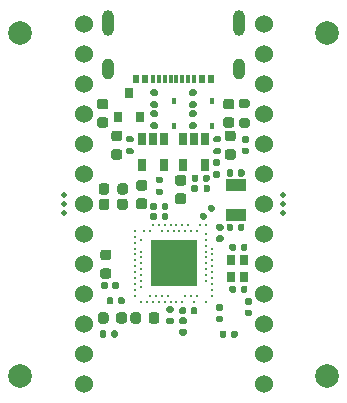
<source format=gbr>
%TF.GenerationSoftware,KiCad,Pcbnew,(5.1.9)-1*%
%TF.CreationDate,2021-01-08T11:53:25+08:00*%
%TF.ProjectId,akami,616b616d-692e-46b6-9963-61645f706362,rev?*%
%TF.SameCoordinates,Original*%
%TF.FileFunction,Soldermask,Top*%
%TF.FilePolarity,Negative*%
%FSLAX46Y46*%
G04 Gerber Fmt 4.6, Leading zero omitted, Abs format (unit mm)*
G04 Created by KiCad (PCBNEW (5.1.9)-1) date 2021-01-08 11:53:25*
%MOMM*%
%LPD*%
G01*
G04 APERTURE LIST*
%ADD10C,2.000000*%
%ADD11C,0.500000*%
%ADD12R,0.450000X0.600000*%
%ADD13C,1.524000*%
%ADD14R,0.650000X1.060000*%
%ADD15R,0.800000X0.900000*%
%ADD16R,1.800000X1.000000*%
%ADD17R,0.300000X0.800000*%
%ADD18R,0.540000X0.800000*%
%ADD19O,1.000000X1.800000*%
%ADD20O,1.000000X2.200000*%
%ADD21R,4.000000X4.000000*%
%ADD22C,0.250000*%
G04 APERTURE END LIST*
D10*
%TO.C,DUMMY8*%
X12990000Y-14500000D03*
%TD*%
%TO.C,DUMMY7*%
X12990000Y14500000D03*
%TD*%
%TO.C,DUMMY6*%
X-12990000Y-14500000D03*
%TD*%
%TO.C,DUMMY5*%
X-12990000Y14500000D03*
%TD*%
D11*
%TO.C,DUMMY3*%
X-9250000Y0D03*
X-9250000Y-750000D03*
X-9250000Y750000D03*
%TD*%
%TO.C,DUMMY4*%
X9250000Y0D03*
X9250000Y750000D03*
X9250000Y-750000D03*
%TD*%
%TO.C,R1*%
G36*
G01*
X-1015000Y1805000D02*
X-1385000Y1805000D01*
G75*
G02*
X-1520000Y1940000I0J135000D01*
G01*
X-1520000Y2210000D01*
G75*
G02*
X-1385000Y2345000I135000J0D01*
G01*
X-1015000Y2345000D01*
G75*
G02*
X-880000Y2210000I0J-135000D01*
G01*
X-880000Y1940000D01*
G75*
G02*
X-1015000Y1805000I-135000J0D01*
G01*
G37*
G36*
G01*
X-1015000Y785000D02*
X-1385000Y785000D01*
G75*
G02*
X-1520000Y920000I0J135000D01*
G01*
X-1520000Y1190000D01*
G75*
G02*
X-1385000Y1325000I135000J0D01*
G01*
X-1015000Y1325000D01*
G75*
G02*
X-880000Y1190000I0J-135000D01*
G01*
X-880000Y920000D01*
G75*
G02*
X-1015000Y785000I-135000J0D01*
G01*
G37*
%TD*%
%TO.C,L4*%
G36*
G01*
X-5450000Y1556250D02*
X-5450000Y1043750D01*
G75*
G02*
X-5668750Y825000I-218750J0D01*
G01*
X-6106250Y825000D01*
G75*
G02*
X-6325000Y1043750I0J218750D01*
G01*
X-6325000Y1556250D01*
G75*
G02*
X-6106250Y1775000I218750J0D01*
G01*
X-5668750Y1775000D01*
G75*
G02*
X-5450000Y1556250I0J-218750D01*
G01*
G37*
G36*
G01*
X-3875000Y1556250D02*
X-3875000Y1043750D01*
G75*
G02*
X-4093750Y825000I-218750J0D01*
G01*
X-4531250Y825000D01*
G75*
G02*
X-4750000Y1043750I0J218750D01*
G01*
X-4750000Y1556250D01*
G75*
G02*
X-4531250Y1775000I218750J0D01*
G01*
X-4093750Y1775000D01*
G75*
G02*
X-3875000Y1556250I0J-218750D01*
G01*
G37*
%TD*%
D12*
%TO.C,D4*%
X3300000Y8750000D03*
X3300000Y6650000D03*
%TD*%
%TO.C,C24*%
G36*
G01*
X6245000Y4240000D02*
X5905000Y4240000D01*
G75*
G02*
X5765000Y4380000I0J140000D01*
G01*
X5765000Y4660000D01*
G75*
G02*
X5905000Y4800000I140000J0D01*
G01*
X6245000Y4800000D01*
G75*
G02*
X6385000Y4660000I0J-140000D01*
G01*
X6385000Y4380000D01*
G75*
G02*
X6245000Y4240000I-140000J0D01*
G01*
G37*
G36*
G01*
X6245000Y5200000D02*
X5905000Y5200000D01*
G75*
G02*
X5765000Y5340000I0J140000D01*
G01*
X5765000Y5620000D01*
G75*
G02*
X5905000Y5760000I140000J0D01*
G01*
X6245000Y5760000D01*
G75*
G02*
X6385000Y5620000I0J-140000D01*
G01*
X6385000Y5340000D01*
G75*
G02*
X6245000Y5200000I-140000J0D01*
G01*
G37*
%TD*%
%TO.C,C23*%
G36*
G01*
X-6325000Y-250000D02*
X-6325000Y250000D01*
G75*
G02*
X-6100000Y475000I225000J0D01*
G01*
X-5650000Y475000D01*
G75*
G02*
X-5425000Y250000I0J-225000D01*
G01*
X-5425000Y-250000D01*
G75*
G02*
X-5650000Y-475000I-225000J0D01*
G01*
X-6100000Y-475000D01*
G75*
G02*
X-6325000Y-250000I0J225000D01*
G01*
G37*
G36*
G01*
X-4775000Y-250000D02*
X-4775000Y250000D01*
G75*
G02*
X-4550000Y475000I225000J0D01*
G01*
X-4100000Y475000D01*
G75*
G02*
X-3875000Y250000I0J-225000D01*
G01*
X-3875000Y-250000D01*
G75*
G02*
X-4100000Y-475000I-225000J0D01*
G01*
X-4550000Y-475000D01*
G75*
G02*
X-4775000Y-250000I0J225000D01*
G01*
G37*
%TD*%
D13*
%TO.C,U4*%
X7620000Y12690000D03*
X7620000Y10150000D03*
X7620000Y7610000D03*
X7620000Y5070000D03*
X7620000Y2530000D03*
X7620000Y-10000D03*
X7620000Y-2550000D03*
X7620000Y-5090000D03*
X7620000Y-7630000D03*
X7620000Y-10170000D03*
X7620000Y-12710000D03*
X7620000Y-15250000D03*
X-7620000Y-15250000D03*
X-7620000Y-12710000D03*
X-7620000Y-10170000D03*
X-7620000Y-7630000D03*
X-7620000Y-5090000D03*
X-7620000Y-2550000D03*
X-7620000Y-10000D03*
X-7620000Y2530000D03*
X-7620000Y5070000D03*
X-7620000Y7610000D03*
X-7620000Y10150000D03*
X-7620000Y12690000D03*
%TD*%
D12*
%TO.C,D2*%
X0Y8750000D03*
X0Y6650000D03*
%TD*%
D14*
%TO.C,U2*%
X2700000Y3300000D03*
X800000Y3300000D03*
X800000Y5500000D03*
X1750000Y5500000D03*
X2700000Y5500000D03*
%TD*%
%TO.C,U3*%
X-800000Y5500000D03*
X-1750000Y5500000D03*
X-2700000Y5500000D03*
X-2700000Y3300000D03*
X-800000Y3300000D03*
%TD*%
D15*
%TO.C,Q2*%
X-4700000Y7400000D03*
X-2800000Y7400000D03*
X-3750000Y9400000D03*
%TD*%
D16*
%TO.C,Y2*%
X5250000Y-900000D03*
X5250000Y1600000D03*
%TD*%
D13*
%TO.C,J2*%
X7620000Y15230000D03*
%TD*%
%TO.C,J3*%
X-7620000Y15230000D03*
%TD*%
%TO.C,R11*%
G36*
G01*
X6275000Y8125000D02*
X5725000Y8125000D01*
G75*
G02*
X5525000Y8325000I0J200000D01*
G01*
X5525000Y8725000D01*
G75*
G02*
X5725000Y8925000I200000J0D01*
G01*
X6275000Y8925000D01*
G75*
G02*
X6475000Y8725000I0J-200000D01*
G01*
X6475000Y8325000D01*
G75*
G02*
X6275000Y8125000I-200000J0D01*
G01*
G37*
G36*
G01*
X6275000Y6475000D02*
X5725000Y6475000D01*
G75*
G02*
X5525000Y6675000I0J200000D01*
G01*
X5525000Y7075000D01*
G75*
G02*
X5725000Y7275000I200000J0D01*
G01*
X6275000Y7275000D01*
G75*
G02*
X6475000Y7075000I0J-200000D01*
G01*
X6475000Y6675000D01*
G75*
G02*
X6275000Y6475000I-200000J0D01*
G01*
G37*
%TD*%
%TO.C,C16*%
G36*
G01*
X-5500000Y-9375000D02*
X-5500000Y-9875000D01*
G75*
G02*
X-5725000Y-10100000I-225000J0D01*
G01*
X-6175000Y-10100000D01*
G75*
G02*
X-6400000Y-9875000I0J225000D01*
G01*
X-6400000Y-9375000D01*
G75*
G02*
X-6175000Y-9150000I225000J0D01*
G01*
X-5725000Y-9150000D01*
G75*
G02*
X-5500000Y-9375000I0J-225000D01*
G01*
G37*
G36*
G01*
X-3950000Y-9375000D02*
X-3950000Y-9875000D01*
G75*
G02*
X-4175000Y-10100000I-225000J0D01*
G01*
X-4625000Y-10100000D01*
G75*
G02*
X-4850000Y-9875000I0J225000D01*
G01*
X-4850000Y-9375000D01*
G75*
G02*
X-4625000Y-9150000I225000J0D01*
G01*
X-4175000Y-9150000D01*
G75*
G02*
X-3950000Y-9375000I0J-225000D01*
G01*
G37*
%TD*%
%TO.C,C22*%
G36*
G01*
X3730000Y-9425000D02*
X4070000Y-9425000D01*
G75*
G02*
X4210000Y-9565000I0J-140000D01*
G01*
X4210000Y-9845000D01*
G75*
G02*
X4070000Y-9985000I-140000J0D01*
G01*
X3730000Y-9985000D01*
G75*
G02*
X3590000Y-9845000I0J140000D01*
G01*
X3590000Y-9565000D01*
G75*
G02*
X3730000Y-9425000I140000J0D01*
G01*
G37*
G36*
G01*
X3730000Y-8465000D02*
X4070000Y-8465000D01*
G75*
G02*
X4210000Y-8605000I0J-140000D01*
G01*
X4210000Y-8885000D01*
G75*
G02*
X4070000Y-9025000I-140000J0D01*
G01*
X3730000Y-9025000D01*
G75*
G02*
X3590000Y-8885000I0J140000D01*
G01*
X3590000Y-8605000D01*
G75*
G02*
X3730000Y-8465000I140000J0D01*
G01*
G37*
%TD*%
%TO.C,R4*%
G36*
G01*
X3080000Y1510000D02*
X3080000Y1140000D01*
G75*
G02*
X2945000Y1005000I-135000J0D01*
G01*
X2675000Y1005000D01*
G75*
G02*
X2540000Y1140000I0J135000D01*
G01*
X2540000Y1510000D01*
G75*
G02*
X2675000Y1645000I135000J0D01*
G01*
X2945000Y1645000D01*
G75*
G02*
X3080000Y1510000I0J-135000D01*
G01*
G37*
G36*
G01*
X2060000Y1510000D02*
X2060000Y1140000D01*
G75*
G02*
X1925000Y1005000I-135000J0D01*
G01*
X1655000Y1005000D01*
G75*
G02*
X1520000Y1140000I0J135000D01*
G01*
X1520000Y1510000D01*
G75*
G02*
X1655000Y1645000I135000J0D01*
G01*
X1925000Y1645000D01*
G75*
G02*
X2060000Y1510000I0J-135000D01*
G01*
G37*
%TD*%
%TO.C,R3*%
G36*
G01*
X1455000Y6930000D02*
X1825000Y6930000D01*
G75*
G02*
X1960000Y6795000I0J-135000D01*
G01*
X1960000Y6525000D01*
G75*
G02*
X1825000Y6390000I-135000J0D01*
G01*
X1455000Y6390000D01*
G75*
G02*
X1320000Y6525000I0J135000D01*
G01*
X1320000Y6795000D01*
G75*
G02*
X1455000Y6930000I135000J0D01*
G01*
G37*
G36*
G01*
X1455000Y7950000D02*
X1825000Y7950000D01*
G75*
G02*
X1960000Y7815000I0J-135000D01*
G01*
X1960000Y7545000D01*
G75*
G02*
X1825000Y7410000I-135000J0D01*
G01*
X1455000Y7410000D01*
G75*
G02*
X1320000Y7545000I0J135000D01*
G01*
X1320000Y7815000D01*
G75*
G02*
X1455000Y7950000I135000J0D01*
G01*
G37*
%TD*%
%TO.C,R10*%
G36*
G01*
X-1825000Y8710000D02*
X-1455000Y8710000D01*
G75*
G02*
X-1320000Y8575000I0J-135000D01*
G01*
X-1320000Y8305000D01*
G75*
G02*
X-1455000Y8170000I-135000J0D01*
G01*
X-1825000Y8170000D01*
G75*
G02*
X-1960000Y8305000I0J135000D01*
G01*
X-1960000Y8575000D01*
G75*
G02*
X-1825000Y8710000I135000J0D01*
G01*
G37*
G36*
G01*
X-1825000Y9730000D02*
X-1455000Y9730000D01*
G75*
G02*
X-1320000Y9595000I0J-135000D01*
G01*
X-1320000Y9325000D01*
G75*
G02*
X-1455000Y9190000I-135000J0D01*
G01*
X-1825000Y9190000D01*
G75*
G02*
X-1960000Y9325000I0J135000D01*
G01*
X-1960000Y9595000D01*
G75*
G02*
X-1825000Y9730000I135000J0D01*
G01*
G37*
%TD*%
D15*
%TO.C,Y1*%
X4850000Y-6125000D03*
X4850000Y-4725000D03*
X5950000Y-4725000D03*
X5950000Y-6125000D03*
%TD*%
D17*
%TO.C,J1*%
X-1749700Y10573200D03*
X1250300Y10573200D03*
X250300Y10573200D03*
X-249700Y10573200D03*
X750300Y10573200D03*
X-749700Y10573200D03*
D18*
X-2399700Y10573200D03*
X2400300Y10573200D03*
X3200300Y10573200D03*
X-3199700Y10573200D03*
D19*
X-5575000Y11473200D03*
X5575600Y11473200D03*
D20*
X5575600Y15373200D03*
X-5575000Y15373200D03*
D17*
X-1249700Y10573200D03*
X1758300Y10573200D03*
%TD*%
D21*
%TO.C,U1*%
X0Y-5000000D03*
D22*
X2750000Y-8250000D03*
X2000000Y-7750000D03*
X3250000Y-3750000D03*
X2750000Y-2500000D03*
X-2750000Y-7000000D03*
X-3250000Y-7750000D03*
X-3250000Y-2250000D03*
X-2500000Y-2250000D03*
X-2000000Y-2250000D03*
X-1750000Y-1750000D03*
X-1250000Y-1750000D03*
X-750000Y-1750000D03*
X-250000Y-1750000D03*
X250000Y-1750000D03*
X750000Y-1750000D03*
X1250000Y-1750000D03*
X-1000000Y-2250000D03*
X-500000Y-2250000D03*
X0Y-2250000D03*
X500000Y-2250000D03*
X1000000Y-2250000D03*
X1500000Y-2250000D03*
X2250000Y-1750000D03*
X2000000Y-2250000D03*
X2750000Y-1750000D03*
X-3250000Y-2750000D03*
X-3250000Y-3250000D03*
X-3250000Y-3750000D03*
X-3250000Y-4250000D03*
X-3250000Y-4750000D03*
X-3250000Y-5250000D03*
X-3250000Y-5750000D03*
X-3250000Y-6250000D03*
X-3250000Y-6750000D03*
X-3250000Y-7250000D03*
X-2750000Y-6500000D03*
X-2750000Y-6000000D03*
X-2750000Y-5500000D03*
X-2750000Y-5000000D03*
X-2750000Y-4500000D03*
X-2750000Y-4000000D03*
X-2750000Y-3000000D03*
X2750000Y-3000000D03*
X2750000Y-3500000D03*
X2750000Y-4000000D03*
X2750000Y-4500000D03*
X2750000Y-5000000D03*
X2750000Y-5500000D03*
X2750000Y-6000000D03*
X2750000Y-6500000D03*
X3250000Y-4250000D03*
X3250000Y-4750000D03*
X3250000Y-5250000D03*
X3250000Y-5750000D03*
X3250000Y-6250000D03*
X3250000Y-6750000D03*
X3250000Y-7250000D03*
X3250000Y-7750000D03*
X1500000Y-7750000D03*
X1000000Y-7750000D03*
X-500000Y-7750000D03*
X-1000000Y-7750000D03*
X-1500000Y-7750000D03*
X-2000000Y-7750000D03*
X1750000Y-8250000D03*
X750000Y-8250000D03*
X250000Y-8250000D03*
X-250000Y-8250000D03*
X-750000Y-8250000D03*
X-1250000Y-8250000D03*
X-1750000Y-8250000D03*
X-2250000Y-8250000D03*
X-2750000Y-8250000D03*
%TD*%
%TO.C,R9*%
G36*
G01*
X1455000Y8710000D02*
X1825000Y8710000D01*
G75*
G02*
X1960000Y8575000I0J-135000D01*
G01*
X1960000Y8305000D01*
G75*
G02*
X1825000Y8170000I-135000J0D01*
G01*
X1455000Y8170000D01*
G75*
G02*
X1320000Y8305000I0J135000D01*
G01*
X1320000Y8575000D01*
G75*
G02*
X1455000Y8710000I135000J0D01*
G01*
G37*
G36*
G01*
X1455000Y9730000D02*
X1825000Y9730000D01*
G75*
G02*
X1960000Y9595000I0J-135000D01*
G01*
X1960000Y9325000D01*
G75*
G02*
X1825000Y9190000I-135000J0D01*
G01*
X1455000Y9190000D01*
G75*
G02*
X1320000Y9325000I0J135000D01*
G01*
X1320000Y9595000D01*
G75*
G02*
X1455000Y9730000I135000J0D01*
G01*
G37*
%TD*%
%TO.C,R8*%
G36*
G01*
X3515000Y4760000D02*
X3885000Y4760000D01*
G75*
G02*
X4020000Y4625000I0J-135000D01*
G01*
X4020000Y4355000D01*
G75*
G02*
X3885000Y4220000I-135000J0D01*
G01*
X3515000Y4220000D01*
G75*
G02*
X3380000Y4355000I0J135000D01*
G01*
X3380000Y4625000D01*
G75*
G02*
X3515000Y4760000I135000J0D01*
G01*
G37*
G36*
G01*
X3515000Y5780000D02*
X3885000Y5780000D01*
G75*
G02*
X4020000Y5645000I0J-135000D01*
G01*
X4020000Y5375000D01*
G75*
G02*
X3885000Y5240000I-135000J0D01*
G01*
X3515000Y5240000D01*
G75*
G02*
X3380000Y5375000I0J135000D01*
G01*
X3380000Y5645000D01*
G75*
G02*
X3515000Y5780000I135000J0D01*
G01*
G37*
%TD*%
%TO.C,R7*%
G36*
G01*
X3810000Y3280000D02*
X3440000Y3280000D01*
G75*
G02*
X3305000Y3415000I0J135000D01*
G01*
X3305000Y3685000D01*
G75*
G02*
X3440000Y3820000I135000J0D01*
G01*
X3810000Y3820000D01*
G75*
G02*
X3945000Y3685000I0J-135000D01*
G01*
X3945000Y3415000D01*
G75*
G02*
X3810000Y3280000I-135000J0D01*
G01*
G37*
G36*
G01*
X3810000Y2260000D02*
X3440000Y2260000D01*
G75*
G02*
X3305000Y2395000I0J135000D01*
G01*
X3305000Y2665000D01*
G75*
G02*
X3440000Y2800000I135000J0D01*
G01*
X3810000Y2800000D01*
G75*
G02*
X3945000Y2665000I0J-135000D01*
G01*
X3945000Y2395000D01*
G75*
G02*
X3810000Y2260000I-135000J0D01*
G01*
G37*
%TD*%
%TO.C,R6*%
G36*
G01*
X-1825000Y6930000D02*
X-1455000Y6930000D01*
G75*
G02*
X-1320000Y6795000I0J-135000D01*
G01*
X-1320000Y6525000D01*
G75*
G02*
X-1455000Y6390000I-135000J0D01*
G01*
X-1825000Y6390000D01*
G75*
G02*
X-1960000Y6525000I0J135000D01*
G01*
X-1960000Y6795000D01*
G75*
G02*
X-1825000Y6930000I135000J0D01*
G01*
G37*
G36*
G01*
X-1825000Y7950000D02*
X-1455000Y7950000D01*
G75*
G02*
X-1320000Y7815000I0J-135000D01*
G01*
X-1320000Y7545000D01*
G75*
G02*
X-1455000Y7410000I-135000J0D01*
G01*
X-1825000Y7410000D01*
G75*
G02*
X-1960000Y7545000I0J135000D01*
G01*
X-1960000Y7815000D01*
G75*
G02*
X-1825000Y7950000I135000J0D01*
G01*
G37*
%TD*%
%TO.C,R5*%
G36*
G01*
X-3885000Y5780000D02*
X-3515000Y5780000D01*
G75*
G02*
X-3380000Y5645000I0J-135000D01*
G01*
X-3380000Y5375000D01*
G75*
G02*
X-3515000Y5240000I-135000J0D01*
G01*
X-3885000Y5240000D01*
G75*
G02*
X-4020000Y5375000I0J135000D01*
G01*
X-4020000Y5645000D01*
G75*
G02*
X-3885000Y5780000I135000J0D01*
G01*
G37*
G36*
G01*
X-3885000Y4760000D02*
X-3515000Y4760000D01*
G75*
G02*
X-3380000Y4625000I0J-135000D01*
G01*
X-3380000Y4355000D01*
G75*
G02*
X-3515000Y4220000I-135000J0D01*
G01*
X-3885000Y4220000D01*
G75*
G02*
X-4020000Y4355000I0J135000D01*
G01*
X-4020000Y4625000D01*
G75*
G02*
X-3885000Y4760000I135000J0D01*
G01*
G37*
%TD*%
%TO.C,L3*%
G36*
G01*
X-5468750Y-4725000D02*
X-5981250Y-4725000D01*
G75*
G02*
X-6200000Y-4506250I0J218750D01*
G01*
X-6200000Y-4068750D01*
G75*
G02*
X-5981250Y-3850000I218750J0D01*
G01*
X-5468750Y-3850000D01*
G75*
G02*
X-5250000Y-4068750I0J-218750D01*
G01*
X-5250000Y-4506250D01*
G75*
G02*
X-5468750Y-4725000I-218750J0D01*
G01*
G37*
G36*
G01*
X-5468750Y-6300000D02*
X-5981250Y-6300000D01*
G75*
G02*
X-6200000Y-6081250I0J218750D01*
G01*
X-6200000Y-5643750D01*
G75*
G02*
X-5981250Y-5425000I218750J0D01*
G01*
X-5468750Y-5425000D01*
G75*
G02*
X-5250000Y-5643750I0J-218750D01*
G01*
X-5250000Y-6081250D01*
G75*
G02*
X-5468750Y-6300000I-218750J0D01*
G01*
G37*
%TD*%
%TO.C,L2*%
G36*
G01*
X-5195000Y-7047500D02*
X-5195000Y-6702500D01*
G75*
G02*
X-5047500Y-6555000I147500J0D01*
G01*
X-4752500Y-6555000D01*
G75*
G02*
X-4605000Y-6702500I0J-147500D01*
G01*
X-4605000Y-7047500D01*
G75*
G02*
X-4752500Y-7195000I-147500J0D01*
G01*
X-5047500Y-7195000D01*
G75*
G02*
X-5195000Y-7047500I0J147500D01*
G01*
G37*
G36*
G01*
X-6165000Y-7047500D02*
X-6165000Y-6702500D01*
G75*
G02*
X-6017500Y-6555000I147500J0D01*
G01*
X-5722500Y-6555000D01*
G75*
G02*
X-5575000Y-6702500I0J-147500D01*
G01*
X-5575000Y-7047500D01*
G75*
G02*
X-5722500Y-7195000I-147500J0D01*
G01*
X-6017500Y-7195000D01*
G75*
G02*
X-6165000Y-7047500I0J147500D01*
G01*
G37*
%TD*%
%TO.C,L1*%
G36*
G01*
X972500Y-10145000D02*
X627500Y-10145000D01*
G75*
G02*
X480000Y-9997500I0J147500D01*
G01*
X480000Y-9702500D01*
G75*
G02*
X627500Y-9555000I147500J0D01*
G01*
X972500Y-9555000D01*
G75*
G02*
X1120000Y-9702500I0J-147500D01*
G01*
X1120000Y-9997500D01*
G75*
G02*
X972500Y-10145000I-147500J0D01*
G01*
G37*
G36*
G01*
X972500Y-11115000D02*
X627500Y-11115000D01*
G75*
G02*
X480000Y-10967500I0J147500D01*
G01*
X480000Y-10672500D01*
G75*
G02*
X627500Y-10525000I147500J0D01*
G01*
X972500Y-10525000D01*
G75*
G02*
X1120000Y-10672500I0J-147500D01*
G01*
X1120000Y-10967500D01*
G75*
G02*
X972500Y-11115000I-147500J0D01*
G01*
G37*
%TD*%
%TO.C,D3*%
G36*
G01*
X5056250Y5350000D02*
X4543750Y5350000D01*
G75*
G02*
X4325000Y5568750I0J218750D01*
G01*
X4325000Y6006250D01*
G75*
G02*
X4543750Y6225000I218750J0D01*
G01*
X5056250Y6225000D01*
G75*
G02*
X5275000Y6006250I0J-218750D01*
G01*
X5275000Y5568750D01*
G75*
G02*
X5056250Y5350000I-218750J0D01*
G01*
G37*
G36*
G01*
X5056250Y3775000D02*
X4543750Y3775000D01*
G75*
G02*
X4325000Y3993750I0J218750D01*
G01*
X4325000Y4431250D01*
G75*
G02*
X4543750Y4650000I218750J0D01*
G01*
X5056250Y4650000D01*
G75*
G02*
X5275000Y4431250I0J-218750D01*
G01*
X5275000Y3993750D01*
G75*
G02*
X5056250Y3775000I-218750J0D01*
G01*
G37*
%TD*%
%TO.C,D1*%
G36*
G01*
X-4543750Y5350000D02*
X-5056250Y5350000D01*
G75*
G02*
X-5275000Y5568750I0J218750D01*
G01*
X-5275000Y6006250D01*
G75*
G02*
X-5056250Y6225000I218750J0D01*
G01*
X-4543750Y6225000D01*
G75*
G02*
X-4325000Y6006250I0J-218750D01*
G01*
X-4325000Y5568750D01*
G75*
G02*
X-4543750Y5350000I-218750J0D01*
G01*
G37*
G36*
G01*
X-4543750Y3775000D02*
X-5056250Y3775000D01*
G75*
G02*
X-5275000Y3993750I0J218750D01*
G01*
X-5275000Y4431250D01*
G75*
G02*
X-5056250Y4650000I218750J0D01*
G01*
X-4543750Y4650000D01*
G75*
G02*
X-4325000Y4431250I0J-218750D01*
G01*
X-4325000Y3993750D01*
G75*
G02*
X-4543750Y3775000I-218750J0D01*
G01*
G37*
%TD*%
%TO.C,C21*%
G36*
G01*
X4425000Y7375000D02*
X4925000Y7375000D01*
G75*
G02*
X5150000Y7150000I0J-225000D01*
G01*
X5150000Y6700000D01*
G75*
G02*
X4925000Y6475000I-225000J0D01*
G01*
X4425000Y6475000D01*
G75*
G02*
X4200000Y6700000I0J225000D01*
G01*
X4200000Y7150000D01*
G75*
G02*
X4425000Y7375000I225000J0D01*
G01*
G37*
G36*
G01*
X4425000Y8925000D02*
X4925000Y8925000D01*
G75*
G02*
X5150000Y8700000I0J-225000D01*
G01*
X5150000Y8250000D01*
G75*
G02*
X4925000Y8025000I-225000J0D01*
G01*
X4425000Y8025000D01*
G75*
G02*
X4200000Y8250000I0J225000D01*
G01*
X4200000Y8700000D01*
G75*
G02*
X4425000Y8925000I225000J0D01*
G01*
G37*
%TD*%
%TO.C,C20*%
G36*
G01*
X-6250000Y7375000D02*
X-5750000Y7375000D01*
G75*
G02*
X-5525000Y7150000I0J-225000D01*
G01*
X-5525000Y6700000D01*
G75*
G02*
X-5750000Y6475000I-225000J0D01*
G01*
X-6250000Y6475000D01*
G75*
G02*
X-6475000Y6700000I0J225000D01*
G01*
X-6475000Y7150000D01*
G75*
G02*
X-6250000Y7375000I225000J0D01*
G01*
G37*
G36*
G01*
X-6250000Y8925000D02*
X-5750000Y8925000D01*
G75*
G02*
X-5525000Y8700000I0J-225000D01*
G01*
X-5525000Y8250000D01*
G75*
G02*
X-5750000Y8025000I-225000J0D01*
G01*
X-6250000Y8025000D01*
G75*
G02*
X-6475000Y8250000I0J225000D01*
G01*
X-6475000Y8700000D01*
G75*
G02*
X-6250000Y8925000I225000J0D01*
G01*
G37*
%TD*%
%TO.C,C19*%
G36*
G01*
X1540000Y2030000D02*
X1540000Y2370000D01*
G75*
G02*
X1680000Y2510000I140000J0D01*
G01*
X1960000Y2510000D01*
G75*
G02*
X2100000Y2370000I0J-140000D01*
G01*
X2100000Y2030000D01*
G75*
G02*
X1960000Y1890000I-140000J0D01*
G01*
X1680000Y1890000D01*
G75*
G02*
X1540000Y2030000I0J140000D01*
G01*
G37*
G36*
G01*
X2500000Y2030000D02*
X2500000Y2370000D01*
G75*
G02*
X2640000Y2510000I140000J0D01*
G01*
X2920000Y2510000D01*
G75*
G02*
X3060000Y2370000I0J-140000D01*
G01*
X3060000Y2030000D01*
G75*
G02*
X2920000Y1890000I-140000J0D01*
G01*
X2640000Y1890000D01*
G75*
G02*
X2500000Y2030000I0J140000D01*
G01*
G37*
%TD*%
%TO.C,C18*%
G36*
G01*
X6015000Y2820000D02*
X6015000Y2480000D01*
G75*
G02*
X5875000Y2340000I-140000J0D01*
G01*
X5595000Y2340000D01*
G75*
G02*
X5455000Y2480000I0J140000D01*
G01*
X5455000Y2820000D01*
G75*
G02*
X5595000Y2960000I140000J0D01*
G01*
X5875000Y2960000D01*
G75*
G02*
X6015000Y2820000I0J-140000D01*
G01*
G37*
G36*
G01*
X5055000Y2820000D02*
X5055000Y2480000D01*
G75*
G02*
X4915000Y2340000I-140000J0D01*
G01*
X4635000Y2340000D01*
G75*
G02*
X4495000Y2480000I0J140000D01*
G01*
X4495000Y2820000D01*
G75*
G02*
X4635000Y2960000I140000J0D01*
G01*
X4915000Y2960000D01*
G75*
G02*
X5055000Y2820000I0J-140000D01*
G01*
G37*
%TD*%
%TO.C,C17*%
G36*
G01*
X5050000Y-1780000D02*
X5050000Y-2120000D01*
G75*
G02*
X4910000Y-2260000I-140000J0D01*
G01*
X4630000Y-2260000D01*
G75*
G02*
X4490000Y-2120000I0J140000D01*
G01*
X4490000Y-1780000D01*
G75*
G02*
X4630000Y-1640000I140000J0D01*
G01*
X4910000Y-1640000D01*
G75*
G02*
X5050000Y-1780000I0J-140000D01*
G01*
G37*
G36*
G01*
X6010000Y-1780000D02*
X6010000Y-2120000D01*
G75*
G02*
X5870000Y-2260000I-140000J0D01*
G01*
X5590000Y-2260000D01*
G75*
G02*
X5450000Y-2120000I0J140000D01*
G01*
X5450000Y-1780000D01*
G75*
G02*
X5590000Y-1640000I140000J0D01*
G01*
X5870000Y-1640000D01*
G75*
G02*
X6010000Y-1780000I0J-140000D01*
G01*
G37*
%TD*%
%TO.C,C15*%
G36*
G01*
X-5680000Y-10805000D02*
X-5680000Y-11145000D01*
G75*
G02*
X-5820000Y-11285000I-140000J0D01*
G01*
X-6100000Y-11285000D01*
G75*
G02*
X-6240000Y-11145000I0J140000D01*
G01*
X-6240000Y-10805000D01*
G75*
G02*
X-6100000Y-10665000I140000J0D01*
G01*
X-5820000Y-10665000D01*
G75*
G02*
X-5680000Y-10805000I0J-140000D01*
G01*
G37*
G36*
G01*
X-4720000Y-10805000D02*
X-4720000Y-11145000D01*
G75*
G02*
X-4860000Y-11285000I-140000J0D01*
G01*
X-5140000Y-11285000D01*
G75*
G02*
X-5280000Y-11145000I0J140000D01*
G01*
X-5280000Y-10805000D01*
G75*
G02*
X-5140000Y-10665000I140000J0D01*
G01*
X-4860000Y-10665000D01*
G75*
G02*
X-4720000Y-10805000I0J-140000D01*
G01*
G37*
%TD*%
%TO.C,C14*%
G36*
G01*
X350000Y2475000D02*
X850000Y2475000D01*
G75*
G02*
X1075000Y2250000I0J-225000D01*
G01*
X1075000Y1800000D01*
G75*
G02*
X850000Y1575000I-225000J0D01*
G01*
X350000Y1575000D01*
G75*
G02*
X125000Y1800000I0J225000D01*
G01*
X125000Y2250000D01*
G75*
G02*
X350000Y2475000I225000J0D01*
G01*
G37*
G36*
G01*
X350000Y925000D02*
X850000Y925000D01*
G75*
G02*
X1075000Y700000I0J-225000D01*
G01*
X1075000Y250000D01*
G75*
G02*
X850000Y25000I-225000J0D01*
G01*
X350000Y25000D01*
G75*
G02*
X125000Y250000I0J225000D01*
G01*
X125000Y700000D01*
G75*
G02*
X350000Y925000I225000J0D01*
G01*
G37*
%TD*%
%TO.C,C13*%
G36*
G01*
X-2450000Y1150000D02*
X-2950000Y1150000D01*
G75*
G02*
X-3175000Y1375000I0J225000D01*
G01*
X-3175000Y1825000D01*
G75*
G02*
X-2950000Y2050000I225000J0D01*
G01*
X-2450000Y2050000D01*
G75*
G02*
X-2225000Y1825000I0J-225000D01*
G01*
X-2225000Y1375000D01*
G75*
G02*
X-2450000Y1150000I-225000J0D01*
G01*
G37*
G36*
G01*
X-2450000Y-400000D02*
X-2950000Y-400000D01*
G75*
G02*
X-3175000Y-175000I0J225000D01*
G01*
X-3175000Y275000D01*
G75*
G02*
X-2950000Y500000I225000J0D01*
G01*
X-2450000Y500000D01*
G75*
G02*
X-2225000Y275000I0J-225000D01*
G01*
X-2225000Y-175000D01*
G75*
G02*
X-2450000Y-400000I-225000J0D01*
G01*
G37*
%TD*%
%TO.C,C12*%
G36*
G01*
X-470000Y-9600000D02*
X-130000Y-9600000D01*
G75*
G02*
X10000Y-9740000I0J-140000D01*
G01*
X10000Y-10020000D01*
G75*
G02*
X-130000Y-10160000I-140000J0D01*
G01*
X-470000Y-10160000D01*
G75*
G02*
X-610000Y-10020000I0J140000D01*
G01*
X-610000Y-9740000D01*
G75*
G02*
X-470000Y-9600000I140000J0D01*
G01*
G37*
G36*
G01*
X-470000Y-8640000D02*
X-130000Y-8640000D01*
G75*
G02*
X10000Y-8780000I0J-140000D01*
G01*
X10000Y-9060000D01*
G75*
G02*
X-130000Y-9200000I-140000J0D01*
G01*
X-470000Y-9200000D01*
G75*
G02*
X-610000Y-9060000I0J140000D01*
G01*
X-610000Y-8780000D01*
G75*
G02*
X-470000Y-8640000I140000J0D01*
G01*
G37*
%TD*%
%TO.C,C11*%
G36*
G01*
X6170000Y-7950000D02*
X6510000Y-7950000D01*
G75*
G02*
X6650000Y-8090000I0J-140000D01*
G01*
X6650000Y-8370000D01*
G75*
G02*
X6510000Y-8510000I-140000J0D01*
G01*
X6170000Y-8510000D01*
G75*
G02*
X6030000Y-8370000I0J140000D01*
G01*
X6030000Y-8090000D01*
G75*
G02*
X6170000Y-7950000I140000J0D01*
G01*
G37*
G36*
G01*
X6170000Y-8910000D02*
X6510000Y-8910000D01*
G75*
G02*
X6650000Y-9050000I0J-140000D01*
G01*
X6650000Y-9330000D01*
G75*
G02*
X6510000Y-9470000I-140000J0D01*
G01*
X6170000Y-9470000D01*
G75*
G02*
X6030000Y-9330000I0J140000D01*
G01*
X6030000Y-9050000D01*
G75*
G02*
X6170000Y-8910000I140000J0D01*
G01*
G37*
%TD*%
%TO.C,C10*%
G36*
G01*
X3122218Y-668198D02*
X2881802Y-427782D01*
G75*
G02*
X2881802Y-229792I98995J98995D01*
G01*
X3079792Y-31802D01*
G75*
G02*
X3277782Y-31802I98995J-98995D01*
G01*
X3518198Y-272218D01*
G75*
G02*
X3518198Y-470208I-98995J-98995D01*
G01*
X3320208Y-668198D01*
G75*
G02*
X3122218Y-668198I-98995J98995D01*
G01*
G37*
G36*
G01*
X2443396Y-1347020D02*
X2202980Y-1106604D01*
G75*
G02*
X2202980Y-908614I98995J98995D01*
G01*
X2400970Y-710624D01*
G75*
G02*
X2598960Y-710624I98995J-98995D01*
G01*
X2839376Y-951040D01*
G75*
G02*
X2839376Y-1149030I-98995J-98995D01*
G01*
X2641386Y-1347020D01*
G75*
G02*
X2443396Y-1347020I-98995J98995D01*
G01*
G37*
%TD*%
%TO.C,C9*%
G36*
G01*
X1050000Y-8850000D02*
X1050000Y-9190000D01*
G75*
G02*
X910000Y-9330000I-140000J0D01*
G01*
X630000Y-9330000D01*
G75*
G02*
X490000Y-9190000I0J140000D01*
G01*
X490000Y-8850000D01*
G75*
G02*
X630000Y-8710000I140000J0D01*
G01*
X910000Y-8710000D01*
G75*
G02*
X1050000Y-8850000I0J-140000D01*
G01*
G37*
G36*
G01*
X2010000Y-8850000D02*
X2010000Y-9190000D01*
G75*
G02*
X1870000Y-9330000I-140000J0D01*
G01*
X1590000Y-9330000D01*
G75*
G02*
X1450000Y-9190000I0J140000D01*
G01*
X1450000Y-8850000D01*
G75*
G02*
X1590000Y-8710000I140000J0D01*
G01*
X1870000Y-8710000D01*
G75*
G02*
X2010000Y-8850000I0J-140000D01*
G01*
G37*
%TD*%
%TO.C,C8*%
G36*
G01*
X-1960000Y-345000D02*
X-1960000Y-5000D01*
G75*
G02*
X-1820000Y135000I140000J0D01*
G01*
X-1540000Y135000D01*
G75*
G02*
X-1400000Y-5000I0J-140000D01*
G01*
X-1400000Y-345000D01*
G75*
G02*
X-1540000Y-485000I-140000J0D01*
G01*
X-1820000Y-485000D01*
G75*
G02*
X-1960000Y-345000I0J140000D01*
G01*
G37*
G36*
G01*
X-1000000Y-345000D02*
X-1000000Y-5000D01*
G75*
G02*
X-860000Y135000I140000J0D01*
G01*
X-580000Y135000D01*
G75*
G02*
X-440000Y-5000I0J-140000D01*
G01*
X-440000Y-345000D01*
G75*
G02*
X-580000Y-485000I-140000J0D01*
G01*
X-860000Y-485000D01*
G75*
G02*
X-1000000Y-345000I0J140000D01*
G01*
G37*
%TD*%
%TO.C,C7*%
G36*
G01*
X5700000Y-3820000D02*
X5700000Y-3480000D01*
G75*
G02*
X5840000Y-3340000I140000J0D01*
G01*
X6120000Y-3340000D01*
G75*
G02*
X6260000Y-3480000I0J-140000D01*
G01*
X6260000Y-3820000D01*
G75*
G02*
X6120000Y-3960000I-140000J0D01*
G01*
X5840000Y-3960000D01*
G75*
G02*
X5700000Y-3820000I0J140000D01*
G01*
G37*
G36*
G01*
X4740000Y-3820000D02*
X4740000Y-3480000D01*
G75*
G02*
X4880000Y-3340000I140000J0D01*
G01*
X5160000Y-3340000D01*
G75*
G02*
X5300000Y-3480000I0J-140000D01*
G01*
X5300000Y-3820000D01*
G75*
G02*
X5160000Y-3960000I-140000J0D01*
G01*
X4880000Y-3960000D01*
G75*
G02*
X4740000Y-3820000I0J140000D01*
G01*
G37*
%TD*%
%TO.C,C6*%
G36*
G01*
X5300000Y-7030000D02*
X5300000Y-7370000D01*
G75*
G02*
X5160000Y-7510000I-140000J0D01*
G01*
X4880000Y-7510000D01*
G75*
G02*
X4740000Y-7370000I0J140000D01*
G01*
X4740000Y-7030000D01*
G75*
G02*
X4880000Y-6890000I140000J0D01*
G01*
X5160000Y-6890000D01*
G75*
G02*
X5300000Y-7030000I0J-140000D01*
G01*
G37*
G36*
G01*
X6260000Y-7030000D02*
X6260000Y-7370000D01*
G75*
G02*
X6120000Y-7510000I-140000J0D01*
G01*
X5840000Y-7510000D01*
G75*
G02*
X5700000Y-7370000I0J140000D01*
G01*
X5700000Y-7030000D01*
G75*
G02*
X5840000Y-6890000I140000J0D01*
G01*
X6120000Y-6890000D01*
G75*
G02*
X6260000Y-7030000I0J-140000D01*
G01*
G37*
%TD*%
%TO.C,C5*%
G36*
G01*
X4870000Y-11170000D02*
X4870000Y-10830000D01*
G75*
G02*
X5010000Y-10690000I140000J0D01*
G01*
X5290000Y-10690000D01*
G75*
G02*
X5430000Y-10830000I0J-140000D01*
G01*
X5430000Y-11170000D01*
G75*
G02*
X5290000Y-11310000I-140000J0D01*
G01*
X5010000Y-11310000D01*
G75*
G02*
X4870000Y-11170000I0J140000D01*
G01*
G37*
G36*
G01*
X3910000Y-11170000D02*
X3910000Y-10830000D01*
G75*
G02*
X4050000Y-10690000I140000J0D01*
G01*
X4330000Y-10690000D01*
G75*
G02*
X4470000Y-10830000I0J-140000D01*
G01*
X4470000Y-11170000D01*
G75*
G02*
X4330000Y-11310000I-140000J0D01*
G01*
X4050000Y-11310000D01*
G75*
G02*
X3910000Y-11170000I0J140000D01*
G01*
G37*
%TD*%
%TO.C,C4*%
G36*
G01*
X3755000Y-1670000D02*
X4095000Y-1670000D01*
G75*
G02*
X4235000Y-1810000I0J-140000D01*
G01*
X4235000Y-2090000D01*
G75*
G02*
X4095000Y-2230000I-140000J0D01*
G01*
X3755000Y-2230000D01*
G75*
G02*
X3615000Y-2090000I0J140000D01*
G01*
X3615000Y-1810000D01*
G75*
G02*
X3755000Y-1670000I140000J0D01*
G01*
G37*
G36*
G01*
X3755000Y-2630000D02*
X4095000Y-2630000D01*
G75*
G02*
X4235000Y-2770000I0J-140000D01*
G01*
X4235000Y-3050000D01*
G75*
G02*
X4095000Y-3190000I-140000J0D01*
G01*
X3755000Y-3190000D01*
G75*
G02*
X3615000Y-3050000I0J140000D01*
G01*
X3615000Y-2770000D01*
G75*
G02*
X3755000Y-2630000I140000J0D01*
G01*
G37*
%TD*%
%TO.C,C3*%
G36*
G01*
X-4705000Y-8345000D02*
X-4705000Y-8005000D01*
G75*
G02*
X-4565000Y-7865000I140000J0D01*
G01*
X-4285000Y-7865000D01*
G75*
G02*
X-4145000Y-8005000I0J-140000D01*
G01*
X-4145000Y-8345000D01*
G75*
G02*
X-4285000Y-8485000I-140000J0D01*
G01*
X-4565000Y-8485000D01*
G75*
G02*
X-4705000Y-8345000I0J140000D01*
G01*
G37*
G36*
G01*
X-5665000Y-8345000D02*
X-5665000Y-8005000D01*
G75*
G02*
X-5525000Y-7865000I140000J0D01*
G01*
X-5245000Y-7865000D01*
G75*
G02*
X-5105000Y-8005000I0J-140000D01*
G01*
X-5105000Y-8345000D01*
G75*
G02*
X-5245000Y-8485000I-140000J0D01*
G01*
X-5525000Y-8485000D01*
G75*
G02*
X-5665000Y-8345000I0J140000D01*
G01*
G37*
%TD*%
%TO.C,C2*%
G36*
G01*
X-1400000Y-855000D02*
X-1400000Y-1195000D01*
G75*
G02*
X-1540000Y-1335000I-140000J0D01*
G01*
X-1820000Y-1335000D01*
G75*
G02*
X-1960000Y-1195000I0J140000D01*
G01*
X-1960000Y-855000D01*
G75*
G02*
X-1820000Y-715000I140000J0D01*
G01*
X-1540000Y-715000D01*
G75*
G02*
X-1400000Y-855000I0J-140000D01*
G01*
G37*
G36*
G01*
X-440000Y-855000D02*
X-440000Y-1195000D01*
G75*
G02*
X-580000Y-1335000I-140000J0D01*
G01*
X-860000Y-1335000D01*
G75*
G02*
X-1000000Y-1195000I0J140000D01*
G01*
X-1000000Y-855000D01*
G75*
G02*
X-860000Y-715000I140000J0D01*
G01*
X-580000Y-715000D01*
G75*
G02*
X-440000Y-855000I0J-140000D01*
G01*
G37*
%TD*%
%TO.C,C1*%
G36*
G01*
X-2750000Y-9375000D02*
X-2750000Y-9875000D01*
G75*
G02*
X-2975000Y-10100000I-225000J0D01*
G01*
X-3425000Y-10100000D01*
G75*
G02*
X-3650000Y-9875000I0J225000D01*
G01*
X-3650000Y-9375000D01*
G75*
G02*
X-3425000Y-9150000I225000J0D01*
G01*
X-2975000Y-9150000D01*
G75*
G02*
X-2750000Y-9375000I0J-225000D01*
G01*
G37*
G36*
G01*
X-1200000Y-9375000D02*
X-1200000Y-9875000D01*
G75*
G02*
X-1425000Y-10100000I-225000J0D01*
G01*
X-1875000Y-10100000D01*
G75*
G02*
X-2100000Y-9875000I0J225000D01*
G01*
X-2100000Y-9375000D01*
G75*
G02*
X-1875000Y-9150000I225000J0D01*
G01*
X-1425000Y-9150000D01*
G75*
G02*
X-1200000Y-9375000I0J-225000D01*
G01*
G37*
%TD*%
M02*

</source>
